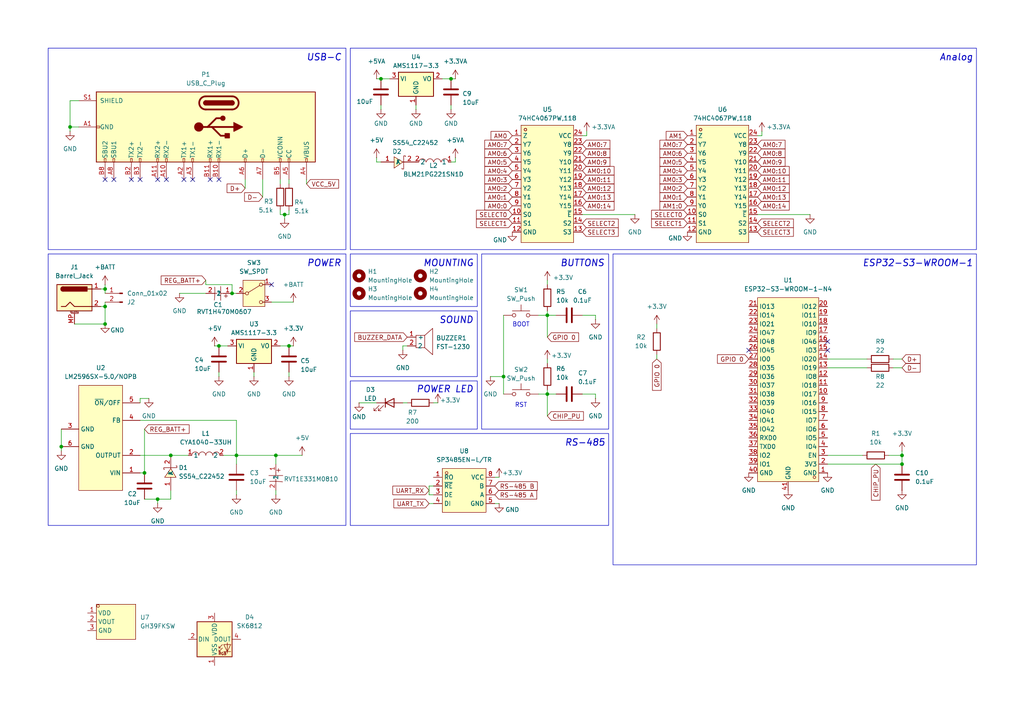
<source format=kicad_sch>
(kicad_sch (version 20250114) (generator "eeschema") (generator_version "9.0")
  (paper "A4")
  (title_block (title "Fracture MIDI Keyboard") (date "2025-12-16") (company "Logan Peterson"))
  (rectangle (start 101.6 125.73) (end 176.53 152.4))
  (rectangle (start 139.7 73.66) (end 176.53 124.46))
  (rectangle (start 13.97 73.66) (end 100.33 152.4))
  (rectangle (start 101.6 90.17) (end 138.43 109.22))
  (rectangle (start 101.6 73.66) (end 138.43 88.9))
  (rectangle (start 13.97 13.97) (end 100.33 72.39))
  (rectangle (start 101.6 110.49) (end 138.43 124.46))
  (rectangle (start 101.6 13.97) (end 283.21 72.39))
  (rectangle (start 177.8 73.66) (end 283.21 163.83))
  (text "RST" (at 151.13 117.602 0) (effects (font (size 1.27 1.27))))
  (text "BUTTONS" (at 168.91 76.454 0) (effects (font (size 1.905 1.905) (thickness 0.254) (bold yes) (italic yes))))
  (text "Analog" (at 277.368 16.764 0) (effects (font (size 1.905 1.905) (thickness 0.254) (bold yes) (italic yes))))
  (text "BOOT" (at 151.13 94.234 0) (effects (font (size 1.27 1.27))))
  (text "POWER\n" (at 93.98 76.454 0) (effects (font (size 1.905 1.905) (thickness 0.254) (bold yes) (italic yes))))
  (text "MOUNTING" (at 130.048 76.454 0) (effects (font (size 1.905 1.905) (thickness 0.254) (bold yes) (italic yes))))
  (text "SOUND\n" (at 132.334 92.964 0) (effects (font (size 1.905 1.905) (thickness 0.254) (bold yes) (italic yes))))
  (text "RS-485" (at 169.672 128.524 0) (effects (font (size 1.905 1.905) (thickness 0.254) (bold yes) (italic yes))))
  (text "USB-C" (at 93.98 16.764 0) (effects (font (size 1.905 1.905) (thickness 0.254) (bold yes) (italic yes))))
  (text "POWER LED" (at 129.032 113.03 0) (effects (font (size 1.905 1.905) (thickness 0.254) (bold yes) (italic yes))))
  (text "ESP32-S3-WROOM-1" (at 266.192 76.454 0) (effects (font (size 1.905 1.905) (thickness 0.254) (bold yes) (italic yes))))
  (junction (at 68.58 132.08))
  (junction (at 30.48 88.9))
  (junction (at 83.82 100.33))
  (junction (at 45.72 144.78))
  (junction (at 80.01 132.08))
  (junction (at 63.5 100.33))
  (junction (at 158.75 114.3))
  (junction (at 41.91 137.16))
  (junction (at 20.32 36.83))
  (junction (at 158.75 91.44))
  (junction (at 146.05 109.22))
  (junction (at 49.53 132.08))
  (junction (at 261.62 134.62))
  (junction (at 261.62 132.08))
  (junction (at 17.78 129.54))
  (junction (at 130.81 22.86))
  (junction (at 110.49 22.86))
  (junction (at 67.31 85.09))
  (junction (at 82.55 62.23))
  (junction (at 30.48 93.98))
  (junction (at 30.48 83.82))
  (no_connect (at 240.03 101.6))
  (no_connect (at 60.96 52.07))
  (no_connect (at 63.5 52.07))
  (no_connect (at 55.88 52.07))
  (no_connect (at 240.03 99.06))
  (no_connect (at 40.64 52.07))
  (no_connect (at 53.34 52.07))
  (no_connect (at 78.74 82.55))
  (no_connect (at 30.48 52.07))
  (no_connect (at 45.72 52.07))
  (no_connect (at 33.02 52.07))
  (no_connect (at 48.26 52.07))
  (no_connect (at 38.1 52.07))
  (no_connect (at 217.17 101.6))
  (wire (pts (xy 85.09 100.33) (xy 83.82 100.33)))
  (wire (pts (xy 64.77 132.08) (xy 68.58 132.08)))
  (wire (pts (xy 161.29 114.3) (xy 158.75 114.3)))
  (wire (pts (xy 124.46 140.97) (xy 124.46 143.51)))
  (wire (pts (xy 161.29 91.44) (xy 158.75 91.44)))
  (wire (pts (xy 22.86 29.21) (xy 20.32 29.21)))
  (wire (pts (xy 17.78 129.54) (xy 17.78 130.81)))
  (wire (pts (xy 62.23 100.33) (xy 63.5 100.33)))
  (wire (pts (xy 146.05 109.22) (xy 146.05 114.3)))
  (wire (pts (xy 156.21 91.44) (xy 158.75 91.44)))
  (wire (pts (xy 220.98 38.1) (xy 220.98 39.37)))
  (wire (pts (xy 59.69 82.55) (xy 67.31 82.55)))
  (wire (pts (xy 132.08 46.99) (xy 130.81 46.99)))
  (wire (pts (xy 125.73 116.84) (xy 127 116.84)))
  (wire (pts (xy 45.72 146.05) (xy 45.72 144.78)))
  (wire (pts (xy 68.58 121.92) (xy 68.58 132.08)))
  (wire (pts (xy 144.78 138.43) (xy 143.51 138.43)))
  (wire (pts (xy 220.98 39.37) (xy 219.71 39.37)))
  (wire (pts (xy 20.32 36.83) (xy 20.32 38.1)))
  (wire (pts (xy 71.12 54.61) (xy 71.12 52.07)))
  (wire (pts (xy 109.22 46.99) (xy 109.22 45.72)))
  (wire (pts (xy 30.48 88.9) (xy 29.21 88.9)))
  (wire (pts (xy 49.53 142.24) (xy 49.53 144.78)))
  (wire (pts (xy 124.46 146.05) (xy 125.73 146.05)))
  (wire (pts (xy 110.49 30.48) (xy 110.49 31.75)))
  (wire (pts (xy 168.91 39.37) (xy 170.18 39.37)))
  (wire (pts (xy 124.46 140.97) (xy 125.73 140.97)))
  (wire (pts (xy 80.01 132.08) (xy 87.63 132.08)))
  (wire (pts (xy 142.24 109.22) (xy 146.05 109.22)))
  (wire (pts (xy 261.62 104.14) (xy 259.08 104.14)))
  (wire (pts (xy 68.58 132.08) (xy 80.01 132.08)))
  (wire (pts (xy 251.46 104.14) (xy 240.03 104.14)))
  (wire (pts (xy 41.91 124.46) (xy 41.91 137.16)))
  (wire (pts (xy 261.62 132.08) (xy 261.62 134.62)))
  (wire (pts (xy 132.08 45.72) (xy 132.08 46.99)))
  (wire (pts (xy 81.28 52.07) (xy 81.28 53.34)))
  (wire (pts (xy 49.53 132.08) (xy 54.61 132.08)))
  (wire (pts (xy 30.48 83.82) (xy 30.48 82.55)))
  (wire (pts (xy 73.66 109.22) (xy 73.66 107.95)))
  (wire (pts (xy 219.71 62.23) (xy 234.95 62.23)))
  (wire (pts (xy 81.28 100.33) (xy 83.82 100.33)))
  (wire (pts (xy 190.5 104.14) (xy 190.5 102.87)))
  (wire (pts (xy 130.81 31.75) (xy 130.81 30.48)))
  (wire (pts (xy 158.75 90.17) (xy 158.75 91.44)))
  (wire (pts (xy 158.75 91.44) (xy 158.75 97.79)))
  (wire (pts (xy 83.82 60.96) (xy 83.82 62.23)))
  (wire (pts (xy 109.22 22.86) (xy 110.49 22.86)))
  (wire (pts (xy 41.91 144.78) (xy 45.72 144.78)))
  (wire (pts (xy 68.58 143.51) (xy 68.58 142.24)))
  (wire (pts (xy 63.5 100.33) (xy 66.04 100.33)))
  (wire (pts (xy 116.84 101.6) (xy 116.84 100.33)))
  (wire (pts (xy 40.64 121.92) (xy 68.58 121.92)))
  (wire (pts (xy 81.28 62.23) (xy 82.55 62.23)))
  (wire (pts (xy 144.78 146.05) (xy 143.51 146.05)))
  (wire (pts (xy 172.72 115.57) (xy 172.72 114.3)))
  (wire (pts (xy 172.72 114.3) (xy 168.91 114.3)))
  (wire (pts (xy 158.75 81.28) (xy 158.75 82.55)))
  (wire (pts (xy 261.62 134.62) (xy 240.03 134.62)))
  (wire (pts (xy 81.28 60.96) (xy 81.28 62.23)))
  (wire (pts (xy 17.78 124.46) (xy 17.78 129.54)))
  (wire (pts (xy 170.18 39.37) (xy 170.18 38.1)))
  (wire (pts (xy 30.48 83.82) (xy 30.48 85.09)))
  (wire (pts (xy 63.5 107.95) (xy 63.5 109.22)))
  (wire (pts (xy 128.27 22.86) (xy 130.81 22.86)))
  (wire (pts (xy 83.82 52.07) (xy 83.82 53.34)))
  (wire (pts (xy 158.75 104.14) (xy 158.75 105.41)))
  (wire (pts (xy 257.81 132.08) (xy 261.62 132.08)))
  (wire (pts (xy 30.48 87.63) (xy 30.48 88.9)))
  (wire (pts (xy 118.11 116.84) (xy 116.84 116.84)))
  (wire (pts (xy 80.01 132.08) (xy 80.01 134.62)))
  (wire (pts (xy 190.5 93.98) (xy 190.5 95.25)))
  (wire (pts (xy 40.64 137.16) (xy 41.91 137.16)))
  (wire (pts (xy 30.48 88.9) (xy 30.48 93.98)))
  (wire (pts (xy 156.21 114.3) (xy 158.75 114.3)))
  (wire (pts (xy 76.2 57.15) (xy 76.2 52.07)))
  (wire (pts (xy 80.01 143.51) (xy 80.01 142.24)))
  (wire (pts (xy 168.91 91.44) (xy 172.72 91.44)))
  (wire (pts (xy 22.86 36.83) (xy 20.32 36.83)))
  (wire (pts (xy 110.49 46.99) (xy 109.22 46.99)))
  (wire (pts (xy 132.08 22.86) (xy 130.81 22.86)))
  (wire (pts (xy 29.21 83.82) (xy 30.48 83.82)))
  (wire (pts (xy 20.32 29.21) (xy 20.32 36.83)))
  (wire (pts (xy 250.19 132.08) (xy 240.03 132.08)))
  (wire (pts (xy 158.75 113.03) (xy 158.75 114.3)))
  (wire (pts (xy 146.05 91.44) (xy 146.05 109.22)))
  (wire (pts (xy 172.72 91.44) (xy 172.72 92.71)))
  (wire (pts (xy 158.75 120.65) (xy 158.75 114.3)))
  (wire (pts (xy 45.72 144.78) (xy 49.53 144.78)))
  (wire (pts (xy 52.07 85.09) (xy 59.69 85.09)))
  (wire (pts (xy 67.31 85.09) (xy 68.58 85.09)))
  (wire (pts (xy 261.62 130.81) (xy 261.62 132.08)))
  (wire (pts (xy 21.59 93.98) (xy 30.48 93.98)))
  (wire (pts (xy 261.62 106.68) (xy 259.08 106.68)))
  (wire (pts (xy 88.9 53.34) (xy 88.9 52.07)))
  (wire (pts (xy 110.49 22.86) (xy 113.03 22.86)))
  (wire (pts (xy 120.65 31.75) (xy 120.65 30.48)))
  (wire (pts (xy 67.31 82.55) (xy 67.31 85.09)))
  (wire (pts (xy 40.64 115.57) (xy 43.18 115.57)))
  (wire (pts (xy 125.73 143.51) (xy 124.46 143.51)))
  (wire (pts (xy 40.64 132.08) (xy 49.53 132.08)))
  (wire (pts (xy 85.09 87.63) (xy 78.74 87.63)))
  (wire (pts (xy 82.55 63.5) (xy 82.55 62.23)))
  (wire (pts (xy 59.69 81.28) (xy 59.69 82.55)))
  (wire (pts (xy 40.64 115.57) (xy 40.64 116.84)))
  (wire (pts (xy 116.84 100.33) (xy 118.11 100.33)))
  (wire (pts (xy 251.46 106.68) (xy 240.03 106.68)))
  (wire (pts (xy 68.58 132.08) (xy 68.58 134.62)))
  (wire (pts (xy 83.82 62.23) (xy 82.55 62.23)))
  (wire (pts (xy 83.82 109.22) (xy 83.82 107.95)))
  (wire (pts (xy 168.91 62.23) (xy 184.15 62.23)))
  (wire (pts (xy 104.14 116.84) (xy 109.22 116.84)))
  (global_label "AM0:14" (shape input) (at 219.71 59.69 0) (property "Intersheetrefs" "${INTERSHEET_REFS}" (effects (hide yes))))
  (global_label "SELECT3" (shape input) (at 168.91 67.31 0) (property "Intersheetrefs" "${INTERSHEET_REFS}" (effects (hide yes))))
  (global_label "AM0:3" (shape input) (at 199.39 52.07 180) (property "Intersheetrefs" "${INTERSHEET_REFS}" (effects (hide yes))))
  (global_label "AM0:4" (shape input) (at 148.59 49.53 180) (property "Intersheetrefs" "${INTERSHEET_REFS}" (effects (hide yes))))
  (global_label "RS-485 A" (shape input) (at 143.51 143.51 0) (property "Intersheetrefs" "${INTERSHEET_REFS}" (effects (hide yes))))
  (global_label "CHIP_PU" (shape input) (at 254 134.62 270) (property "Intersheetrefs" "${INTERSHEET_REFS}" (effects (hide yes))))
  (global_label "AM0:5" (shape input) (at 148.59 46.99 180) (property "Intersheetrefs" "${INTERSHEET_REFS}" (effects (hide yes))))
  (global_label "AM0:7" (shape input) (at 148.59 41.91 180) (property "Intersheetrefs" "${INTERSHEET_REFS}" (effects (hide yes))))
  (global_label "AM0:7" (shape input) (at 168.91 41.91 0) (property "Intersheetrefs" "${INTERSHEET_REFS}" (effects (hide yes))))
  (global_label "VCC_5V" (shape input) (at 88.9 53.34 0) (property "Intersheetrefs" "${INTERSHEET_REFS}" (effects (hide yes))))
  (global_label "GPIO 0" (shape input) (at 190.5 104.14 270) (property "Intersheetrefs" "${INTERSHEET_REFS}" (effects (hide yes))))
  (global_label "SELECT2" (shape input) (at 168.91 64.77 0) (property "Intersheetrefs" "${INTERSHEET_REFS}" (effects (hide yes))))
  (global_label "AM0:6" (shape input) (at 199.39 44.45 180) (property "Intersheetrefs" "${INTERSHEET_REFS}" (effects (hide yes))))
  (global_label "AM0:8" (shape input) (at 168.91 44.45 0) (property "Intersheetrefs" "${INTERSHEET_REFS}" (effects (hide yes))))
  (global_label "D-" (shape input) (at 76.2 57.15 180) (property "Intersheetrefs" "${INTERSHEET_REFS}" (effects (hide yes))))
  (global_label "AM0:7" (shape input) (at 199.39 41.91 180) (property "Intersheetrefs" "${INTERSHEET_REFS}" (effects (hide yes))))
  (global_label "AM0:12" (shape input) (at 219.71 54.61 0) (property "Intersheetrefs" "${INTERSHEET_REFS}" (effects (hide yes))))
  (global_label "AM0:7" (shape input) (at 219.71 41.91 0) (property "Intersheetrefs" "${INTERSHEET_REFS}" (effects (hide yes))))
  (global_label "REG_BATT+" (shape input) (at 59.69 81.28 180) (property "Intersheetrefs" "${INTERSHEET_REFS}" (effects (hide yes))))
  (global_label "BUZZER_DATA" (shape input) (at 118.11 97.79 180) (property "Intersheetrefs" "${INTERSHEET_REFS}" (effects (hide yes))))
  (global_label "AM1" (shape input) (at 199.39 39.37 180) (property "Intersheetrefs" "${INTERSHEET_REFS}" (effects (hide yes))))
  (global_label "RS-485 B" (shape input) (at 143.51 140.97 0) (property "Intersheetrefs" "${INTERSHEET_REFS}" (effects (hide yes))))
  (global_label "SELECT0" (shape input) (at 199.39 62.23 180) (property "Intersheetrefs" "${INTERSHEET_REFS}" (effects (hide yes))))
  (global_label "AM0:10" (shape input) (at 168.91 49.53 0) (property "Intersheetrefs" "${INTERSHEET_REFS}" (effects (hide yes))))
  (global_label "SELECT1" (shape input) (at 148.59 64.77 180) (property "Intersheetrefs" "${INTERSHEET_REFS}" (effects (hide yes))))
  (global_label "AM0:5" (shape input) (at 199.39 46.99 180) (property "Intersheetrefs" "${INTERSHEET_REFS}" (effects (hide yes))))
  (global_label "AM0:1" (shape input) (at 148.59 57.15 180) (property "Intersheetrefs" "${INTERSHEET_REFS}" (effects (hide yes))))
  (global_label "GPIO 0" (shape input) (at 217.17 104.14 180) (property "Intersheetrefs" "${INTERSHEET_REFS}" (effects (hide yes))))
  (global_label "AM0:13" (shape input) (at 219.71 57.15 0) (property "Intersheetrefs" "${INTERSHEET_REFS}" (effects (hide yes))))
  (global_label "AM1:0" (shape input) (at 199.39 59.69 180) (property "Intersheetrefs" "${INTERSHEET_REFS}" (effects (hide yes))))
  (global_label "UART_TX" (shape input) (at 124.46 146.05 180) (property "Intersheetrefs" "${INTERSHEET_REFS}" (effects (hide yes))))
  (global_label "UART_RX" (shape input) (at 124.46 142.24 180) (property "Intersheetrefs" "${INTERSHEET_REFS}" (effects (hide yes))))
  (global_label "SELECT0" (shape input) (at 148.59 62.23 180) (property "Intersheetrefs" "${INTERSHEET_REFS}" (effects (hide yes))))
  (global_label "AM0:12" (shape input) (at 168.91 54.61 0) (property "Intersheetrefs" "${INTERSHEET_REFS}" (effects (hide yes))))
  (global_label "AM0:0" (shape input) (at 148.59 59.69 180) (property "Intersheetrefs" "${INTERSHEET_REFS}" (effects (hide yes))))
  (global_label "AM0:13" (shape input) (at 168.91 57.15 0) (property "Intersheetrefs" "${INTERSHEET_REFS}" (effects (hide yes))))
  (global_label "AM0:2" (shape input) (at 199.39 54.61 180) (property "Intersheetrefs" "${INTERSHEET_REFS}" (effects (hide yes))))
  (global_label "AM0:1" (shape input) (at 199.39 57.15 180) (property "Intersheetrefs" "${INTERSHEET_REFS}" (effects (hide yes))))
  (global_label "AM0:6" (shape input) (at 148.59 44.45 180) (property "Intersheetrefs" "${INTERSHEET_REFS}" (effects (hide yes))))
  (global_label "D+" (shape input) (at 261.62 104.14 0) (property "Intersheetrefs" "${INTERSHEET_REFS}" (effects (hide yes))))
  (global_label "AM0:9" (shape input) (at 168.91 46.99 0) (property "Intersheetrefs" "${INTERSHEET_REFS}" (effects (hide yes))))
  (global_label "D-" (shape input) (at 261.62 106.68 0) (property "Intersheetrefs" "${INTERSHEET_REFS}" (effects (hide yes))))
  (global_label "REG_BATT+" (shape input) (at 41.91 124.46 0) (property "Intersheetrefs" "${INTERSHEET_REFS}" (effects (hide yes))))
  (global_label "AM0:11" (shape input) (at 219.71 52.07 0) (property "Intersheetrefs" "${INTERSHEET_REFS}" (effects (hide yes))))
  (global_label "SELECT2" (shape input) (at 219.71 64.77 0) (property "Intersheetrefs" "${INTERSHEET_REFS}" (effects (hide yes))))
  (global_label "SELECT3" (shape input) (at 219.71 67.31 0) (property "Intersheetrefs" "${INTERSHEET_REFS}" (effects (hide yes))))
  (global_label "AM0:4" (shape input) (at 199.39 49.53 180) (property "Intersheetrefs" "${INTERSHEET_REFS}" (effects (hide yes))))
  (global_label "AM0:2" (shape input) (at 148.59 54.61 180) (property "Intersheetrefs" "${INTERSHEET_REFS}" (effects (hide yes))))
  (global_label "GPIO 0" (shape input) (at 158.75 97.79 0) (property "Intersheetrefs" "${INTERSHEET_REFS}" (effects (hide yes))))
  (global_label "CHIP_PU" (shape input) (at 158.75 120.65 0) (property "Intersheetrefs" "${INTERSHEET_REFS}" (effects (hide yes))))
  (global_label "AM0:9" (shape input) (at 219.71 46.99 0) (property "Intersheetrefs" "${INTERSHEET_REFS}" (effects (hide yes))))
  (global_label "D+" (shape input) (at 71.12 54.61 180) (property "Intersheetrefs" "${INTERSHEET_REFS}" (effects (hide yes))))
  (global_label "AM0:10" (shape input) (at 219.71 49.53 0) (property "Intersheetrefs" "${INTERSHEET_REFS}" (effects (hide yes))))
  (global_label "AM0:14" (shape input) (at 168.91 59.69 0) (property "Intersheetrefs" "${INTERSHEET_REFS}" (effects (hide yes))))
  (global_label "AM0:8" (shape input) (at 219.71 44.45 0) (property "Intersheetrefs" "${INTERSHEET_REFS}" (effects (hide yes))))
  (global_label "AM0:11" (shape input) (at 168.91 52.07 0) (property "Intersheetrefs" "${INTERSHEET_REFS}" (effects (hide yes))))
  (global_label "SELECT1" (shape input) (at 199.39 64.77 180) (property "Intersheetrefs" "${INTERSHEET_REFS}" (effects (hide yes))))
  (global_label "AM0:3" (shape input) (at 148.59 52.07 180) (property "Intersheetrefs" "${INTERSHEET_REFS}" (effects (hide yes))))
  (global_label "AM0" (shape input) (at 148.59 39.37 180) (property "Intersheetrefs" "${INTERSHEET_REFS}" (effects (hide yes))))
  (symbol (lib_id "power:GND") (at 199.39 67.31 0) (unit 1)
    (property "Reference" "#PWR038" (effects (hide yes)))
    (property "Value" "GND" (at 195.834 69.088 0))
    (property "Description" "Power symbol creates a global label with name \"GND\" , ground" (effects (hide yes)))
  )
  (symbol (lib_id "imported_components:SS54_C22452") (at 115.57 46.99 0) (mirror y) (unit 1)
    (property "Reference" "D2" (at 113.792 43.942 0) (effects (justify right)))
    (property "Value" "SS54_C22452" (at 113.792 41.402 0) (effects (justify right)))
    (property "Footprint" "imported_components:SMA_L4.4-W2.8-LS5.4-R-RD" (effects (hide yes)))
    (property "Datasheet" "https://lcsc.com/product-detail/Schottky-Barrier-Diodes-SBD_SS54_C22452.html" (effects (hide yes)))
    (property "LCSC Part" "C22452" (effects (hide yes)))
  )
  (symbol (lib_id "Device:C") (at 110.49 26.67 0) (unit 1)
    (property "Reference" "C8" (effects (hide yes)))
    (property "Value" "10uF" (at 103.378 29.464 0) (effects (justify left)))
    (property "Footprint" "imported_components:C0805" (effects (hide yes)))
    (property "Description" "Unpolarized capacitor" (effects (hide yes)))
  )
  (symbol (lib_id "power:GND") (at 228.6 142.24 0) (unit 1)
    (property "Reference" "#PWR028" (effects (hide yes)))
    (property "Value" "GND" (at 228.6 147.32 0))
    (property "Description" "Power symbol creates a global label with name \"GND\" , ground" (effects (hide yes)))
  )
  (symbol (lib_id "Device:R") (at 121.92 116.84 270) (mirror x) (unit 1)
    (property "Reference" "R7" (at 119.634 119.634 90))
    (property "Value" "200" (at 119.634 122.174 90))
    (property "Footprint" "imported_components:R0805" (effects (hide yes)))
    (property "Description" "Resistor" (effects (hide yes)))
  )
  (symbol (lib_id "imported_components:74HC4067PW,118") (at 158.75 53.34 0) (unit 1)
    (property "Reference" "U5" (at 158.75 31.75 0))
    (property "Value" "74HC4067PW,118" (at 158.75 34.29 0))
    (property "Footprint" "imported_components:TSSOP-24_L7.8-W4.4-P0.65-LS6.4-BL" (effects (hide yes)))
    (property "Datasheet" "https://lcsc.com/product-detail/74-Series_Nexperia_74HC4067PW-118_74HC4067PW-118_C179326.html" (effects (hide yes)))
    (property "LCSC Part" "C179326" (effects (hide yes)))
  )
  (symbol (lib_id "Regulator_Linear:AMS1117-3.3") (at 73.66 100.33 0) (unit 1)
    (property "Reference" "U3" (at 73.66 93.98 0))
    (property "Value" "AMS1117-3.3" (at 73.66 96.52 0))
    (property "Footprint" "Package_TO_SOT_SMD:SOT-223-3_TabPin2" (effects (hide yes)))
    (property "Datasheet" "http://www.advanced-monolithic.com/pdf/ds1117.pdf" (effects (hide yes)))
    (property "Description" "1A Low Dropout regulator, positive, 3.3V fixed output, SOT-223" (effects (hide yes)))
  )
  (symbol (lib_id "Device:C") (at 165.1 91.44 90) (unit 1)
    (property "Reference" "C6" (at 168.91 84.582 90))
    (property "Value" "0.1uF" (at 168.91 87.122 90))
    (property "Footprint" "imported_components:C0805" (effects (hide yes)))
    (property "Description" "Unpolarized capacitor" (effects (hide yes)))
  )
  (symbol (lib_id "imported_components:LM2596SX-5.0_NOPB") (at 29.21 127 0) (unit 1)
    (property "Reference" "U2" (at 29.21 106.68 0))
    (property "Value" "LM2596SX-5.0/NOPB" (at 29.21 109.22 0))
    (property "Footprint" "imported_components:TO-263-5_L10.2-W8.9-P1.70-TL" (effects (hide yes)))
    (property "Datasheet" "https://lcsc.com/product-detail/DC-DC-Converters_TI_LM2596SX-5-0-NOPB_LM2596SX-5-0-NOPB_C10002.html" (effects (hide yes)))
    (property "LCSC Part" "C10002" (effects (hide yes)))
  )
  (symbol (lib_id "power:+3.3V") (at 158.75 81.28 0) (unit 1)
    (property "Reference" "#PWR02" (effects (hide yes)))
    (property "Value" "+3.3V" (at 163.322 80.518 0))
    (property "Description" "Power symbol creates a global label with name \"+3.3V\"" (effects (hide yes)))
  )
  (symbol (lib_id "Device:R") (at 254 132.08 90) (unit 1)
    (property "Reference" "R1" (at 254 125.73 90))
    (property "Value" "10k" (at 254 128.27 90))
    (property "Description" "Resistor" (effects (hide yes)))
  )
  (symbol (lib_id "power:GND") (at 30.48 93.98 0) (unit 1)
    (property "Reference" "#PWR06" (effects (hide yes)))
    (property "Value" "GND" (at 34.036 95.758 0))
    (property "Description" "Power symbol creates a global label with name \"GND\" , ground" (effects (hide yes)))
  )
  (symbol (lib_id "LED:SK6812") (at 62.23 185.42 0) (unit 1)
    (property "Reference" "D4" (at 72.39 178.9998 0))
    (property "Value" "SK6812" (at 72.39 181.5398 0))
    (property "Footprint" "LED_SMD:LED_SK6812_PLCC4_5.0x5.0mm_P3.2mm" (effects (hide yes)))
    (property "Datasheet" "https://cdn-shop.adafruit.com/product-files/1138/SK6812+LED+datasheet+.pdf" (effects (hide yes)))
    (property "Description" "RGB LED with integrated controller" (effects (hide yes)))
  )
  (symbol (lib_id "Device:R") (at 255.27 104.14 90) (unit 1)
    (property "Reference" "R9" (at 255.27 99.06 90))
    (property "Value" "22" (at 255.27 101.6 90))
    (property "Description" "Resistor" (effects (hide yes)))
  )
  (symbol (lib_id "Device:C") (at 130.81 26.67 0) (unit 1)
    (property "Reference" "C9" (at 134.112 27.178 0) (effects (justify left)))
    (property "Value" "10uF" (at 134.112 29.718 0) (effects (justify left)))
    (property "Footprint" "imported_components:C0805" (effects (hide yes)))
    (property "Description" "Unpolarized capacitor" (effects (hide yes)))
  )
  (symbol (lib_id "Device:C") (at 68.58 138.43 0) (unit 1)
    (property "Reference" "C3" (at 72.39 137.1599 0) (effects (justify left)))
    (property "Value" "10uF" (at 72.39 139.6999 0) (effects (justify left)))
    (property "Footprint" "imported_components:C0805" (effects (hide yes)))
    (property "Description" "Unpolarized capacitor" (effects (hide yes)))
  )
  (symbol (lib_id "power:+5VA") (at 132.08 45.72 0) (unit 1)
    (property "Reference" "#PWR043" (effects (hide yes)))
    (property "Value" "+5VA" (at 132.08 40.64 0))
    (property "Description" "Power symbol creates a global label with name \"+5VA\"" (effects (hide yes)))
  )
  (symbol (lib_id "Switch:SW_Push") (at 151.13 91.44 0) (mirror y) (unit 1)
    (property "Reference" "SW1" (at 151.13 84.074 0))
    (property "Value" "SW_Push" (at 151.13 86.614 0))
    (property "Footprint" "imported_components:SW-SMD_L3.9-W3.0-P4.45" (effects (hide yes)))
    (property "Description" "Push button switch, generic, two pins" (effects (hide yes)))
  )
  (symbol (lib_id "power:+3.3V") (at 127 116.84 0) (unit 1)
    (property "Reference" "#PWR04" (effects (hide yes)))
    (property "Value" "+3.3V" (at 130.556 116.078 0))
    (property "Description" "Power symbol creates a global label with name \"+3.3V\"" (effects (hide yes)))
  )
  (symbol (lib_id "power:GND") (at 110.49 31.75 0) (unit 1)
    (property "Reference" "#PWR021" (effects (hide yes)))
    (property "Value" "GND" (at 110.49 35.814 0))
    (property "Description" "Power symbol creates a global label with name \"GND\" , ground" (effects (hide yes)))
  )
  (symbol (lib_id "power:+3.3V") (at 190.5 93.98 0) (unit 1)
    (property "Reference" "#PWR033" (effects (hide yes)))
    (property "Value" "+3.3V" (at 190.5 88.9 0))
    (property "Description" "Power symbol creates a global label with name \"+3.3V\"" (effects (hide yes)))
  )
  (symbol (lib_id "power:+BATT") (at 30.48 82.55 0) (unit 1)
    (property "Reference" "#PWR07" (effects (hide yes)))
    (property "Value" "+BATT" (at 30.48 77.47 0))
    (property "Description" "Power symbol creates a global label with name \"+BATT\"" (effects (hide yes)))
  )
  (symbol (lib_id "power:GND") (at 184.15 62.23 0) (unit 1)
    (property "Reference" "#PWR039" (effects (hide yes)))
    (property "Value" "GND" (at 184.15 67.31 0))
    (property "Description" "Power symbol creates a global label with name \"GND\" , ground" (effects (hide yes)))
  )
  (symbol (lib_id "Device:R") (at 81.28 57.15 0) (mirror x) (unit 1)
    (property "Reference" "R3" (at 79.248 58.42 0) (effects (justify right)))
    (property "Value" "5.1k" (at 79.248 60.96 0) (effects (justify right)))
    (property "Footprint" "imported_components:R0805" (effects (hide yes)))
    (property "Description" "Resistor" (effects (hide yes)))
  )
  (symbol (lib_id "power:GND") (at 80.01 143.51 0) (unit 1)
    (property "Reference" "#PWR034" (effects (hide yes)))
    (property "Value" "GND" (at 80.01 148.59 0))
    (property "Description" "Power symbol creates a global label with name \"GND\" , ground" (effects (hide yes)))
  )
  (symbol (lib_id "power:GND") (at 130.81 31.75 0) (unit 1)
    (property "Reference" "#PWR026" (effects (hide yes)))
    (property "Value" "GND" (at 130.81 35.814 0))
    (property "Description" "Power symbol creates a global label with name \"GND\" , ground" (effects (hide yes)))
  )
  (symbol (lib_id "Mechanical:MountingHole") (at 104.14 80.01 0) (unit 1) (in_bom no)
    (property "Reference" "H1" (at 106.68 78.7399 0) (effects (justify left)))
    (property "Value" "MountingHole" (at 106.68 81.2799 0) (effects (justify left)))
    (property "Footprint" "MountingHole:MountingHole_3.2mm_M3_Pad_Via" (effects (hide yes)))
    (property "Description" "Mounting Hole without connection" (effects (hide yes)))
  )
  (symbol (lib_id "power:GND") (at 234.95 62.23 0) (unit 1)
    (property "Reference" "#PWR040" (effects (hide yes)))
    (property "Value" "GND" (at 234.95 67.31 0))
    (property "Description" "Power symbol creates a global label with name \"GND\" , ground" (effects (hide yes)))
  )
  (symbol (lib_id "power:+3.3VA") (at 220.98 38.1 0) (unit 1)
    (property "Reference" "#PWR042" (effects (hide yes)))
    (property "Value" "+3.3VA" (at 225.806 36.83 0))
    (property "Description" "Power symbol creates a global label with name \"+3.3VA\"" (effects (hide yes)))
  )
  (symbol (lib_id "Mechanical:MountingHole") (at 121.92 85.09 0) (unit 1) (in_bom no)
    (property "Reference" "H4" (at 124.46 83.8199 0) (effects (justify left)))
    (property "Value" "MountingHole" (at 124.46 86.3599 0) (effects (justify left)))
    (property "Footprint" "MountingHole:MountingHole_3.2mm_M3_Pad_Via" (effects (hide yes)))
    (property "Description" "Mounting Hole without connection" (effects (hide yes)))
  )
  (symbol (lib_id "Device:R") (at 255.27 106.68 270) (unit 1)
    (property "Reference" "R8" (at 255.27 109.22 90))
    (property "Value" "22" (at 255.27 111.76 90))
    (property "Description" "Resistor" (effects (hide yes)))
  )
  (symbol (lib_id "power:GND") (at 82.55 63.5 0) (unit 1)
    (property "Reference" "#PWR036" (effects (hide yes)))
    (property "Value" "GND" (at 82.55 68.58 0))
    (property "Description" "Power symbol creates a global label with name \"GND\" , ground" (effects (hide yes)))
  )
  (symbol (lib_id "power:GND") (at 120.65 31.75 0) (unit 1)
    (property "Reference" "#PWR025" (effects (hide yes)))
    (property "Value" "GND" (at 120.65 35.814 0))
    (property "Description" "Power symbol creates a global label with name \"GND\" , ground" (effects (hide yes)))
  )
  (symbol (lib_id "Mechanical:MountingHole") (at 104.14 85.09 0) (unit 1) (in_bom no)
    (property "Reference" "H3" (at 106.68 83.8199 0) (effects (justify left)))
    (property "Value" "MountingHole" (at 106.68 86.3599 0) (effects (justify left)))
    (property "Footprint" "MountingHole:MountingHole_3.2mm_M3_Pad_Via" (effects (hide yes)))
    (property "Description" "Mounting Hole without connection" (effects (hide yes)))
  )
  (symbol (lib_id "imported_components:ESP32-S3-WROOM-1-N4") (at 228.6 113.03 180) (unit 1)
    (property "Reference" "U1" (at 228.6 81.28 0))
    (property "Value" "ESP32-S3-WROOM-1-N4" (at 228.6 83.82 0))
    (property "Footprint" "imported_components:WIFIM-SMD_ESP32-S3-WROOM-1-N8" (effects (hide yes)))
    (property "LCSC Part" "C2913197" (effects (hide yes)))
  )
  (symbol (lib_id "power:+3.3VA") (at 132.08 22.86 0) (unit 1)
    (property "Reference" "#PWR027" (effects (hide yes)))
    (property "Value" "+3.3VA" (at 132.08 17.78 0))
    (property "Description" "Power symbol creates a global label with name \"+3.3VA\"" (effects (hide yes)))
  )
  (symbol (lib_id "imported_components:CYA1040-33UH") (at 59.69 132.08 0) (unit 1)
    (property "Reference" "L1" (at 59.69 125.73 0))
    (property "Value" "CYA1040-33UH" (at 59.69 128.27 0))
    (property "Footprint" "imported_components:IND-SMD_L11.6-W10.1" (effects (hide yes)))
    (property "LCSC Part" "C6364680" (effects (hide yes)))
  )
  (symbol (lib_id "Device:LED") (at 113.03 116.84 0) (unit 1)
    (property "Reference" "D3" (at 107.442 113.03 0))
    (property "Value" "LED" (at 107.442 115.57 0))
    (property "Footprint" "imported_components:LED0805-RD" (effects (hide yes)))
    (property "Description" "Light emitting diode" (effects (hide yes)))
    (property "Sim.Pins" "1=K 2=A" (effects (hide yes)))
  )
  (symbol (lib_id "Device:C") (at 83.82 104.14 0) (unit 1)
    (property "Reference" "C5" (at 87.122 104.648 0) (effects (justify left)))
    (property "Value" "10uF" (at 87.122 107.188 0) (effects (justify left)))
    (property "Footprint" "imported_components:C0805" (effects (hide yes)))
    (property "Description" "Unpolarized capacitor" (effects (hide yes)))
  )
  (symbol (lib_id "imported_components:FST-1230") (at 120.65 100.33 0) (unit 1)
    (property "Reference" "BUZZER1" (at 126.492 98.044 0) (effects (justify left)))
    (property "Value" "FST-1230" (at 126.492 100.584 0) (effects (justify left)))
    (property "Footprint" "imported_components:BUZ-SMD_L12.0-W12.0_FUET-1230" (effects (hide yes)))
    (property "Datasheet" "https://lcsc.com/product-detail/Buzzers_FST-FST-1230_C391037.html" (effects (hide yes)))
    (property "LCSC Part" "C391037" (effects (hide yes)))
  )
  (symbol (lib_id "Device:R") (at 158.75 86.36 0) (unit 1)
    (property "Reference" "R5" (at 161.29 84.582 0) (effects (justify left)))
    (property "Value" "10k" (at 161.29 87.122 0) (effects (justify left)))
    (property "Footprint" "imported_components:R0805" (effects (hide yes)))
    (property "Description" "Resistor" (effects (hide yes)))
  )
  (symbol (lib_id "Switch:SW_Push") (at 151.13 114.3 0) (mirror y) (unit 1)
    (property "Reference" "SW2" (at 151.13 107.188 0))
    (property "Value" "SW_Push" (at 151.13 109.728 0))
    (property "Footprint" "imported_components:SW-SMD_L3.9-W3.0-P4.45" (effects (hide yes)))
    (property "Description" "Push button switch, generic, two pins" (effects (hide yes)))
  )
  (symbol (lib_id "imported_components:SS54_C22452") (at 49.53 137.16 270) (unit 1)
    (property "Reference" "D1" (at 51.816 135.636 90) (effects (justify left)))
    (property "Value" "SS54_C22452" (at 51.816 138.176 90) (effects (justify left)))
    (property "Footprint" "imported_components:SMA_L4.4-W2.8-LS5.4-R-RD" (effects (hide yes)))
    (property "Datasheet" "https://lcsc.com/product-detail/Schottky-Barrier-Diodes-SBD_SS54_C22452.html" (effects (hide yes)))
    (property "LCSC Part" "C22452" (effects (hide yes)))
  )
  (symbol (lib_id "power:+5V") (at 62.23 100.33 0) (unit 1)
    (property "Reference" "#PWR013" (effects (hide yes)))
    (property "Value" "+5V" (at 62.23 95.25 0))
    (property "Description" "Power symbol creates a global label with name \"+5V\"" (effects (hide yes)))
  )
  (symbol (lib_id "power:GND") (at 63.5 109.22 0) (unit 1)
    (property "Reference" "#PWR023" (effects (hide yes)))
    (property "Value" "GND" (at 63.5 114.3 0))
    (property "Description" "Power symbol creates a global label with name \"GND\" , ground" (effects (hide yes)))
  )
  (symbol (lib_id "power:GND") (at 172.72 92.71 0) (unit 1)
    (property "Reference" "#PWR019" (effects (hide yes)))
    (property "Value" "GND" (at 172.72 97.79 0))
    (property "Description" "Power symbol creates a global label with name \"GND\" , ground" (effects (hide yes)))
  )
  (symbol (lib_id "power:+5V") (at 109.22 45.72 0) (unit 1)
    (property "Reference" "#PWR014" (effects (hide yes)))
    (property "Value" "+5V" (at 109.22 40.64 0))
    (property "Description" "Power symbol creates a global label with name \"+5V\"" (effects (hide yes)))
  )
  (symbol (lib_id "power:GND") (at 20.32 38.1 0) (unit 1)
    (property "Reference" "#PWR035" (effects (hide yes)))
    (property "Value" "GND" (at 20.32 43.18 0))
    (property "Description" "Power symbol creates a global label with name \"GND\" , ground" (effects (hide yes)))
  )
  (symbol (lib_id "power:GND") (at 73.66 109.22 0) (unit 1)
    (property "Reference" "#PWR022" (effects (hide yes)))
    (property "Value" "GND" (at 73.66 114.3 0))
    (property "Description" "Power symbol creates a global label with name \"GND\" , ground" (effects (hide yes)))
  )
  (symbol (lib_id "power:+3.3V") (at 261.62 130.81 0) (unit 1)
    (property "Reference" "#PWR030" (effects (hide yes)))
    (property "Value" "+3.3V" (at 261.62 125.73 0))
    (property "Description" "Power symbol creates a global label with name \"+3.3V\"" (effects (hide yes)))
  )
  (symbol (lib_id "Connector:Barrel_Jack_MountingPin") (at 21.59 86.36 0) (unit 1)
    (property "Reference" "J1" (at 21.59 77.47 0))
    (property "Value" "Barrel_Jack" (at 21.59 80.01 0))
    (property "Footprint" "imported_components:DC-IN-TH_DC-005-A200" (effects (hide yes)))
    (property "Description" "DC Barrel Jack with a mounting pin" (effects (hide yes)))
  )
  (symbol (lib_id "power:GND") (at 240.03 137.16 0) (unit 1)
    (property "Reference" "#PWR029" (effects (hide yes)))
    (property "Value" "GND" (at 240.03 142.24 0))
    (property "Description" "Power symbol creates a global label with name \"GND\" , ground" (effects (hide yes)))
  )
  (symbol (lib_id "power:GND") (at 17.78 130.81 0) (unit 1)
    (property "Reference" "#PWR08" (effects (hide yes)))
    (property "Value" "GND" (at 17.78 135.89 0))
    (property "Description" "Power symbol creates a global label with name \"GND\" , ground" (effects (hide yes)))
  )
  (symbol (lib_id "power:GND") (at 52.07 85.09 0) (unit 1)
    (property "Reference" "#PWR05" (effects (hide yes)))
    (property "Value" "GND" (at 52.07 90.17 0))
    (property "Description" "Power symbol creates a global label with name \"GND\" , ground" (effects (hide yes)))
  )
  (symbol (lib_id "power:+5V") (at 87.63 132.08 0) (unit 1)
    (property "Reference" "#PWR012" (effects (hide yes)))
    (property "Value" "+5V" (at 87.63 127 0))
    (property "Description" "Power symbol creates a global label with name \"+5V\"" (effects (hide yes)))
  )
  (symbol (lib_id "Device:R") (at 190.5 99.06 180) (unit 1)
    (property "Reference" "R2" (at 185.928 97.79 0))
    (property "Value" "10k" (at 185.928 100.33 0))
    (property "Description" "Resistor" (effects (hide yes)))
  )
  (symbol (lib_id "power:+3.3V") (at 144.78 138.43 0) (unit 1)
    (property "Reference" "#PWR046" (effects (hide yes)))
    (property "Value" "+3.3V" (at 148.59 137.16 0))
    (property "Description" "Power symbol creates a global label with name \"+3.3V\"" (effects (hide yes)))
  )
  (symbol (lib_id "imported_components:BLM21PG221SN1D") (at 125.73 46.99 180) (unit 1)
    (property "Reference" "L2" (at 125.73 48.006 0))
    (property "Value" "BLM21PG221SN1D" (at 125.73 50.546 0))
    (property "Footprint" "imported_components:L0805" (effects (hide yes)))
    (property "Datasheet" "https://lcsc.com/product-detail/Ferrite-Beads-And-Chips_muRata_BLM21PG221SN1D_220R-25-at100MHz-2A_C85840.html" (effects (hide yes)))
    (property "LCSC Part" "C85840" (effects (hide yes)))
  )
  (symbol (lib_id "Connector:Conn_01x02_Pin") (at 35.56 85.09 0) (mirror y) (unit 1)
    (property "Reference" "J2" (at 36.83 87.6301 0) (effects (justify right)))
    (property "Value" "Conn_01x02" (at 36.83 85.0901 0) (effects (justify right)))
    (property "Footprint" "imported_components:CONN-TH_P5.00_KF301-5.0-2P" (effects (hide yes)))
    (property "Description" "Generic connector, single row, 01x02, script generated" (effects (hide yes)))
  )
  (symbol (lib_id "Regulator_Linear:AMS1117-3.3") (at 120.65 22.86 0) (unit 1)
    (property "Reference" "U4" (at 120.65 16.51 0))
    (property "Value" "AMS1117-3.3" (at 120.65 19.05 0))
    (property "Footprint" "Package_TO_SOT_SMD:SOT-223-3_TabPin2" (effects (hide yes)))
    (property "Datasheet" "http://www.advanced-monolithic.com/pdf/ds1117.pdf" (effects (hide yes)))
    (property "Description" "1A Low Dropout regulator, positive, 3.3V fixed output, SOT-223" (effects (hide yes)))
  )
  (symbol (lib_id "imported_components:RVT1H470M0607") (at 63.5 85.09 180) (unit 1)
    (property "Reference" "C1" (at 63.246 88.392 0))
    (property "Value" "RVT1H470M0607" (at 65.024 90.424 0))
    (property "Footprint" "imported_components:CAP-SMD_BD6.3-L6.6-W6.6-LS7.6-FD" (effects (hide yes)))
    (property "Datasheet" "https://lcsc.com/product-detail/Aluminum-Electrolytic-Capacitors-SMD_47uF-50V-20_C72523.html" (effects (hide yes)))
    (property "LCSC Part" "C72523" (effects (hide yes)))
  )
  (symbol (lib_id "power:GND") (at 83.82 109.22 0) (unit 1)
    (property "Reference" "#PWR024" (effects (hide yes)))
    (property "Value" "GND" (at 83.82 114.3 0))
    (property "Description" "Power symbol creates a global label with name \"GND\" , ground" (effects (hide yes)))
  )
  (symbol (lib_id "Device:R") (at 158.75 109.22 0) (unit 1)
    (property "Reference" "R6" (at 161.29 106.9339 0) (effects (justify left)))
    (property "Value" "10k" (at 161.29 109.4739 0) (effects (justify left)))
    (property "Footprint" "imported_components:R0805" (effects (hide yes)))
    (property "Description" "Resistor" (effects (hide yes)))
  )
  (symbol (lib_id "Mechanical:MountingHole") (at 121.92 80.01 0) (unit 1) (in_bom no)
    (property "Reference" "H2" (at 124.46 78.7399 0) (effects (justify left)))
    (property "Value" "MountingHole" (at 124.46 81.2799 0) (effects (justify left)))
    (property "Footprint" "MountingHole:MountingHole_3.2mm_M3_Pad_Via" (effects (hide yes)))
    (property "Description" "Mounting Hole without connection" (effects (hide yes)))
  )
  (symbol (lib_id "Device:C") (at 261.62 138.43 0) (unit 1)
    (property "Reference" "C10" (at 265.43 137.1599 0) (effects (justify left)))
    (property "Value" "0.1uF" (at 265.43 139.6999 0) (effects (justify left)))
    (property "Description" "Unpolarized capacitor" (effects (hide yes)))
  )
  (symbol (lib_id "power:GND") (at 68.58 143.51 0) (unit 1)
    (property "Reference" "#PWR011" (effects (hide yes)))
    (property "Value" "GND" (at 68.58 148.59 0))
    (property "Description" "Power symbol creates a global label with name \"GND\" , ground" (effects (hide yes)))
  )
  (symbol (lib_id "Device:R") (at 83.82 57.15 0) (unit 1)
    (property "Reference" "R4" (at 85.344 58.674 0) (effects (justify left)))
    (property "Value" "5.1k" (at 85.344 61.214 0) (effects (justify left)))
    (property "Footprint" "imported_components:R0805" (effects (hide yes)))
    (property "Description" "Resistor" (effects (hide yes)))
  )
  (symbol (lib_id "power:GND") (at 116.84 101.6 0) (unit 1)
    (property "Reference" "#PWR015" (effects (hide yes)))
    (property "Value" "GND" (at 116.84 106.68 0))
    (property "Description" "Power symbol creates a global label with name \"GND\" , ground" (effects (hide yes)))
  )
  (symbol (lib_id "imported_components:SP3485EN-L_TR") (at 134.62 142.24 0) (unit 1)
    (property "Reference" "U8" (at 134.62 130.81 0))
    (property "Value" "SP3485EN-L/TR" (at 134.62 133.35 0))
    (property "Footprint" "imported_components:SOIC-8_L5.0-W4.0-P1.27-LS6.0-BL" (effects (hide yes)))
    (property "Datasheet" "https://lcsc.com/product-detail/RS-485-RS-422_SIPEX_SP3485EN-L-TR_SP3485EN-L-TR_C8963.html" (effects (hide yes)))
    (property "LCSC Part" "C8963" (effects (hide yes)))
  )
  (symbol (lib_id "power:GND") (at 142.24 109.22 0) (unit 1)
    (property "Reference" "#PWR017" (effects (hide yes)))
    (property "Value" "GND" (at 142.24 114.3 0))
    (property "Description" "Power symbol creates a global label with name \"GND\" , ground" (effects (hide yes)))
  )
  (symbol (lib_id "power:GND") (at 104.14 116.84 0) (unit 1)
    (property "Reference" "#PWR020" (effects (hide yes)))
    (property "Value" "GND" (at 104.14 120.904 0))
    (property "Description" "Power symbol creates a global label with name \"GND\" , ground" (effects (hide yes)))
  )
  (symbol (lib_id "power:+3.3V") (at 158.75 104.14 0) (unit 1)
    (property "Reference" "#PWR03" (effects (hide yes)))
    (property "Value" "+3.3V" (at 162.814 103.124 0))
    (property "Description" "Power symbol creates a global label with name \"+3.3V\"" (effects (hide yes)))
  )
  (symbol (lib_id "power:+3.3V") (at 85.09 100.33 0) (unit 1)
    (property "Reference" "#PWR01" (effects (hide yes)))
    (property "Value" "+3.3V" (at 85.09 95.25 0))
    (property "Description" "Power symbol creates a global label with name \"+3.3V\"" (effects (hide yes)))
  )
  (symbol (lib_id "Device:C") (at 63.5 104.14 0) (unit 1)
    (property "Reference" "C4" (at 56.388 104.394 0) (effects (justify left)))
    (property "Value" "10uF" (at 56.388 106.934 0) (effects (justify left)))
    (property "Footprint" "imported_components:C0805" (effects (hide yes)))
    (property "Description" "Unpolarized capacitor" (effects (hide yes)))
  )
  (symbol (lib_id "power:+3.3VA") (at 170.18 38.1 0) (unit 1)
    (property "Reference" "#PWR041" (effects (hide yes)))
    (property "Value" "+3.3VA" (at 175.006 36.83 0))
    (property "Description" "Power symbol creates a global label with name \"+3.3VA\"" (effects (hide yes)))
  )
  (symbol (lib_id "power:GND") (at 261.62 142.24 0) (unit 1)
    (property "Reference" "#PWR031" (effects (hide yes)))
    (property "Value" "GND" (at 261.62 147.32 0))
    (property "Description" "Power symbol creates a global label with name \"GND\" , ground" (effects (hide yes)))
  )
  (symbol (lib_id "power:GND") (at 45.72 146.05 0) (unit 1)
    (property "Reference" "#PWR010" (effects (hide yes)))
    (property "Value" "GND" (at 45.72 151.13 0))
    (property "Description" "Power symbol creates a global label with name \"GND\" , ground" (effects (hide yes)))
  )
  (symbol (lib_id "power:+BATT") (at 85.09 87.63 0) (unit 1)
    (property "Reference" "#PWR016" (effects (hide yes)))
    (property "Value" "+BATT" (at 85.09 82.55 0))
    (property "Description" "Power symbol creates a global label with name \"+BATT\"" (effects (hide yes)))
  )
  (symbol (lib_id "imported_components:PJ-320D_C521460") (at -11.43 160.02 0) (unit 1)
    (property "Reference" "CN1" (at -16.89 149.86 0))
    (property "Value" "PJ-320D_C521460" (at -16.89 152.4 0))
    (property "Footprint" "imported_components:AUDIO-SMD_PJ-320D" (effects (hide yes)))
    (property "Datasheet" "https://lcsc.com/product-detail/Audio-Video-Connectors_USAKRO-PJ-320D_C521460.html" (effects (hide yes)))
    (property "LCSC Part" "C521460" (effects (hide yes)))
  )
  (symbol (lib_id "Switch:SW_SPDT") (at 73.66 85.09 0) (unit 1)
    (property "Reference" "SW3" (at 73.66 76.2 0))
    (property "Value" "SW_SPDT" (at 73.66 78.74 0))
    (property "Footprint" "imported_components:SW-SMD_MST-12D18G4-SPDT-SLIDE-SWITCH" (effects (hide yes)))
    (property "Description" "Switch, single pole double throw" (effects (hide yes)))
  )
  (symbol (lib_id "imported_components:74HC4067PW,118") (at 209.55 53.34 0) (unit 1)
    (property "Reference" "U6" (at 209.55 31.75 0))
    (property "Value" "74HC4067PW,118" (at 209.55 34.29 0))
    (property "Footprint" "imported_components:TSSOP-24_L7.8-W4.4-P0.65-LS6.4-BL" (effects (hide yes)))
    (property "Datasheet" "https://lcsc.com/product-detail/74-Series_Nexperia_74HC4067PW-118_74HC4067PW-118_C179326.html" (effects (hide yes)))
    (property "LCSC Part" "C179326" (effects (hide yes)))
  )
  (symbol (lib_id "imported_components:GH39FKSW") (at 30.48 180.34 0) (unit 1)
    (property "Reference" "U7" (at 40.64 179.0699 0) (effects (justify left)))
    (property "Value" "GH39FKSW" (at 40.64 181.6099 0) (effects (justify left)))
    (property "Footprint" "imported_components:SOT-23-3_L2.9-W1.3-P1.90-LS2.4-BR" (effects (hide yes)))
    (property "Datasheet" "https://lcsc.com/product-detail/Sensors_GoChip-Elec-Tech-Shanghai-GH39FKSW_C266230.html" (effects (hide yes)))
    (property "LCSC Part" "C266230" (effects (hide yes)))
  )
  (symbol (lib_id "power:+5VA") (at 109.22 22.86 0) (unit 1)
    (property "Reference" "#PWR044" (effects (hide yes)))
    (property "Value" "+5VA" (at 109.22 17.78 0))
    (property "Description" "Power symbol creates a global label with name \"+5VA\"" (effects (hide yes)))
  )
  (symbol (lib_id "Device:C") (at 165.1 114.3 90) (unit 1)
    (property "Reference" "C7" (at 167.64 108.204 90) (effects (justify right)))
    (property "Value" "0.1uF" (at 167.64 110.744 90) (effects (justify right)))
    (property "Footprint" "imported_components:C0805" (effects (hide yes)))
    (property "Description" "Unpolarized capacitor" (effects (hide yes)))
  )
  (symbol (lib_id "imported_components:RVT1E331M0810_C335985") (at 80.01 138.43 270) (unit 1)
    (property "Reference" "C19" (effects (hide yes)))
    (property "Value" "RVT1E331M0810" (at 82.296 138.938 90) (effects (justify left)))
    (property "Footprint" "imported_components:CAP-SMD_BD8.0-L8.3-W8.3-LS9.3-FD-1" (effects (hide yes)))
    (property "Datasheet" "https://lcsc.com/product-detail/Others_ROQANG-RVT1E331M0810_C335985.html" (effects (hide yes)))
    (property "LCSC Part" "C335985" (effects (hide yes)))
  )
  (symbol (lib_id "power:GND") (at 172.72 115.57 0) (unit 1)
    (property "Reference" "#PWR018" (effects (hide yes)))
    (property "Value" "GND" (at 172.72 120.65 0))
    (property "Description" "Power symbol creates a global label with name \"GND\" , ground" (effects (hide yes)))
  )
  (symbol (lib_id "power:GND") (at 148.59 67.31 0) (unit 1)
    (property "Reference" "#PWR037" (effects (hide yes)))
    (property "Value" "GND" (at 145.034 69.596 0))
    (property "Description" "Power symbol creates a global label with name \"GND\" , ground" (effects (hide yes)))
  )
  (symbol (lib_id "Device:C") (at 41.91 140.97 180) (unit 1)
    (property "Reference" "C2" (at 38.354 143.256 0))
    (property "Value" "10uF" (at 38.354 145.796 0))
    (property "Footprint" "imported_components:C0805" (effects (hide yes)))
    (property "Description" "Unpolarized capacitor" (effects (hide yes)))
  )
  (symbol (lib_id "power:GND") (at 43.18 115.57 0) (unit 1)
    (property "Reference" "#PWR09" (effects (hide yes)))
    (property "Value" "GND" (at 43.18 120.65 0))
    (property "Description" "Power symbol creates a global label with name \"GND\" , ground" (effects (hide yes)))
  )
  (symbol (lib_id "power:GND") (at 217.17 137.16 0) (unit 1)
    (property "Reference" "#PWR032" (effects (hide yes)))
    (property "Value" "GND" (at 217.17 142.24 0))
    (property "Description" "Power symbol creates a global label with name \"GND\" , ground" (effects (hide yes)))
  )
  (symbol (lib_id "power:GND") (at 144.78 146.05 0) (unit 1)
    (property "Reference" "#PWR045" (effects (hide yes)))
    (property "Value" "GND" (at 148.59 147.828 0))
    (property "Description" "Power symbol creates a global label with name \"GND\" , ground" (effects (hide yes)))
  )
  (symbol (lib_id "Connector:USB_C_Plug") (at 63.5 36.83 270) (unit 1)
    (property "Reference" "P1" (at 59.69 21.59 90))
    (property "Value" "USB_C_Plug" (at 59.69 24.13 90))
    (property "Footprint" "imported_components:USB-C_SMD-TYPE-C-31-M-12" (effects (hide yes)))
    (property "Datasheet" "https://www.usb.org/sites/default/files/documents/usb_type-c.zip" (effects (hide yes)))
    (property "Description" "USB Type-C Plug connector" (effects (hide yes)))
  )
)
</source>
